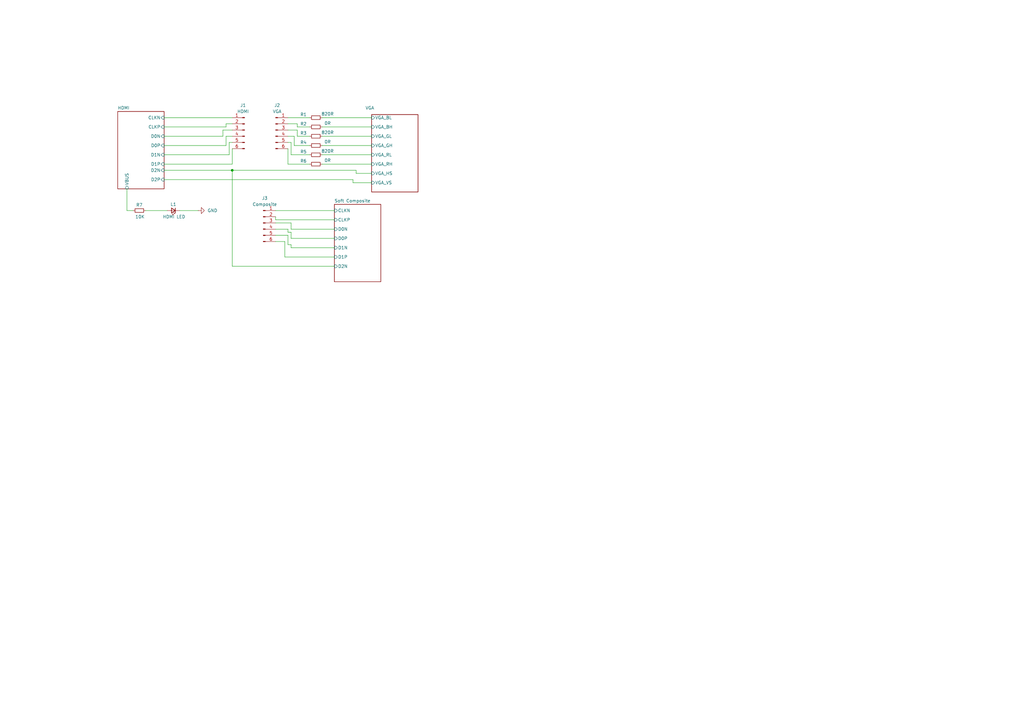
<source format=kicad_sch>
(kicad_sch (version 20231120) (generator "eeschema") (generator_version "8.0")
  (paper "A3")
  (title_block (title "HDMI to VGA Passive Adapter") (date "2024-12-01") (rev "1.0") (company "Mikhail Matveev"))
  (lib_symbols
    (symbol "Connector:Conn_01x06_Pin" (pin_names (offset 1.016) hide)
      (property "Reference" "J" (at 0 7.62 0))
      (property "Value" "Conn_01x06_Pin" (at 0 -10.16 0))
      (symbol "Conn_01x06_Pin_1_1"
        (polyline (pts (xy 1.27 -7.62) (xy 0.8636 -7.62)) (stroke (width 0.1524)))
        (polyline (pts (xy 1.27 -5.08) (xy 0.8636 -5.08)) (stroke (width 0.1524)))
        (polyline (pts (xy 1.27 -2.54) (xy 0.8636 -2.54)) (stroke (width 0.1524)))
        (polyline (pts (xy 1.27 0) (xy 0.8636 0)) (stroke (width 0.1524)))
        (polyline (pts (xy 1.27 2.54) (xy 0.8636 2.54)) (stroke (width 0.1524)))
        (polyline (pts (xy 1.27 5.08) (xy 0.8636 5.08)) (stroke (width 0.1524)))
        (rectangle (start 0.8636 -7.493) (end 0 -7.747) (stroke (width 0.1524)) (fill (type outline)))
        (rectangle (start 0.8636 -4.953) (end 0 -5.207) (stroke (width 0.1524)) (fill (type outline)))
        (rectangle (start 0.8636 -2.413) (end 0 -2.667) (stroke (width 0.1524)) (fill (type outline)))
        (rectangle (start 0.8636 0.127) (end 0 -0.127) (stroke (width 0.1524)) (fill (type outline)))
        (rectangle (start 0.8636 2.667) (end 0 2.413) (stroke (width 0.1524)) (fill (type outline)))
        (rectangle (start 0.8636 5.207) (end 0 4.953) (stroke (width 0.1524)) (fill (type outline)))
        (pin passive line (at 5.08 5.08 180) (length 3.81) (name "Pin_1") (number "1"))
        (pin passive line (at 5.08 2.54 180) (length 3.81) (name "Pin_2") (number "2"))
        (pin passive line (at 5.08 0 180) (length 3.81) (name "Pin_3") (number "3"))
        (pin passive line (at 5.08 -2.54 180) (length 3.81) (name "Pin_4") (number "4"))
        (pin passive line (at 5.08 -5.08 180) (length 3.81) (name "Pin_5") (number "5"))
        (pin passive line (at 5.08 -7.62 180) (length 3.81) (name "Pin_6") (number "6"))
      )
    )
    (symbol "Device:LED_Small" (pin_numbers hide) (pin_names (offset 0.254) hide)
      (property "Reference" "D" (at -1.27 3.175 0))
      (property "Value" "LED_Small" (at -4.445 -2.54 0))
      (symbol "LED_Small_0_1"
        (polyline (pts (xy -0.762 -1.016) (xy -0.762 1.016)) (stroke (width 0.254)))
        (polyline (pts (xy 1.016 0) (xy -0.762 0)))
        (polyline (pts (xy 0.762 -1.016) (xy -0.762 0) (xy 0.762 1.016) (xy 0.762 -1.016)) (stroke (width 0.254)))
        (polyline (pts (xy 0 0.762) (xy -0.508 1.27) (xy -0.254 1.27) (xy -0.508 1.27) (xy -0.508 1.016)))
        (polyline (pts (xy 0.508 1.27) (xy 0 1.778) (xy 0.254 1.778) (xy 0 1.778) (xy 0 1.524)))
      )
      (symbol "LED_Small_1_1"
        (pin passive line (at -2.54 0 0) (length 1.778) (name "K") (number "1"))
        (pin passive line (at 2.54 0 180) (length 1.778) (name "A") (number "2"))
      )
    )
    (symbol "Device:R_Small" (pin_numbers hide) (pin_names (offset 0.254) hide)
      (property "Reference" "R" (at 0.762 0.508 0))
      (property "Value" "R_Small" (at 0.762 -1.016 0))
      (symbol "R_Small_0_1"
        (rectangle (start -0.762 1.778) (end 0.762 -1.778) (stroke (width 0.2032)))
      )
      (symbol "R_Small_1_1"
        (pin passive line (at 0 2.54 270) (length 0.762) (name "~") (number "1"))
        (pin passive line (at 0 -2.54 90) (length 0.762) (name "~") (number "2"))
      )
    )
    (symbol "power:GND" (power) (pin_numbers hide) (pin_names (offset 0) hide)
      (property "Value" "GND" (at 0 -3.81 0))
      (symbol "GND_0_1"
        (polyline (pts (xy 0 0) (xy 0 -1.27) (xy 1.27 -1.27) (xy 0 -2.54) (xy -1.27 -1.27) (xy 0 -1.27)))
      )
      (symbol "GND_1_1"
        (pin power_in line (at 0 0 270) (length 0) (name "~") (number "1"))
      )
    )
  )
  (junction (at 95.25 69.85))
  (wire (pts (xy 121.92 53.34) (xy 121.92 55.88)))
  (wire (pts (xy 132.08 55.88) (xy 152.4 55.88)))
  (wire (pts (xy 95.25 109.22) (xy 137.16 109.22)))
  (wire (pts (xy 67.31 48.26) (xy 95.25 48.26)))
  (wire (pts (xy 118.11 55.88) (xy 120.65 55.88)))
  (wire (pts (xy 119.38 101.6) (xy 137.16 101.6)))
  (wire (pts (xy 127 63.5) (xy 119.38 63.5)))
  (wire (pts (xy 52.07 86.36) (xy 52.07 77.47)))
  (wire (pts (xy 95.25 69.85) (xy 95.25 109.22)))
  (wire (pts (xy 92.71 55.88) (xy 95.25 55.88)))
  (wire (pts (xy 118.11 96.52) (xy 118.11 100.33)))
  (wire (pts (xy 127 52.07) (xy 121.92 52.07)))
  (wire (pts (xy 127 67.31) (xy 118.11 67.31)))
  (wire (pts (xy 67.31 59.69) (xy 92.71 59.69)))
  (wire (pts (xy 132.08 67.31) (xy 152.4 67.31)))
  (wire (pts (xy 95.25 60.96) (xy 95.25 67.31)))
  (wire (pts (xy 119.38 93.98) (xy 137.16 93.98)))
  (wire (pts (xy 113.03 90.17) (xy 137.16 90.17)))
  (wire (pts (xy 67.31 52.07) (xy 92.71 52.07)))
  (wire (pts (xy 93.98 63.5) (xy 93.98 58.42)))
  (wire (pts (xy 120.65 55.88) (xy 120.65 59.69)))
  (wire (pts (xy 127 59.69) (xy 120.65 59.69)))
  (wire (pts (xy 119.38 97.79) (xy 119.38 95.25)))
  (wire (pts (xy 144.78 74.93) (xy 144.78 73.66)))
  (wire (pts (xy 93.98 58.42) (xy 95.25 58.42)))
  (wire (pts (xy 119.38 97.79) (xy 137.16 97.79)))
  (wire (pts (xy 118.11 93.98) (xy 113.03 93.98)))
  (wire (pts (xy 119.38 100.33) (xy 118.11 100.33)))
  (wire (pts (xy 119.38 101.6) (xy 119.38 100.33)))
  (wire (pts (xy 118.11 93.98) (xy 118.11 95.25)))
  (wire (pts (xy 132.08 63.5) (xy 152.4 63.5)))
  (wire (pts (xy 144.78 74.93) (xy 152.4 74.93)))
  (wire (pts (xy 116.84 99.06) (xy 113.03 99.06)))
  (wire (pts (xy 67.31 55.88) (xy 91.44 55.88)))
  (wire (pts (xy 118.11 96.52) (xy 113.03 96.52)))
  (wire (pts (xy 118.11 53.34) (xy 121.92 53.34)))
  (wire (pts (xy 68.58 86.36) (xy 59.69 86.36)))
  (wire (pts (xy 119.38 91.44) (xy 119.38 93.98)))
  (wire (pts (xy 67.31 63.5) (xy 93.98 63.5)))
  (wire (pts (xy 92.71 50.8) (xy 95.25 50.8)))
  (wire (pts (xy 119.38 58.42) (xy 119.38 63.5)))
  (wire (pts (xy 132.08 52.07) (xy 152.4 52.07)))
  (wire (pts (xy 119.38 95.25) (xy 118.11 95.25)))
  (wire (pts (xy 132.08 59.69) (xy 152.4 59.69)))
  (wire (pts (xy 116.84 105.41) (xy 137.16 105.41)))
  (wire (pts (xy 54.61 86.36) (xy 52.07 86.36)))
  (wire (pts (xy 116.84 99.06) (xy 116.84 105.41)))
  (wire (pts (xy 118.11 48.26) (xy 127 48.26)))
  (wire (pts (xy 146.05 71.12) (xy 146.05 69.85)))
  (wire (pts (xy 118.11 60.96) (xy 118.11 67.31)))
  (wire (pts (xy 132.08 48.26) (xy 152.4 48.26)))
  (wire (pts (xy 113.03 90.17) (xy 113.03 88.9)))
  (wire (pts (xy 121.92 50.8) (xy 121.92 52.07)))
  (wire (pts (xy 91.44 55.88) (xy 91.44 53.34)))
  (wire (pts (xy 146.05 71.12) (xy 152.4 71.12)))
  (wire (pts (xy 121.92 55.88) (xy 127 55.88)))
  (wire (pts (xy 119.38 91.44) (xy 113.03 91.44)))
  (wire (pts (xy 92.71 52.07) (xy 92.71 50.8)))
  (wire (pts (xy 118.11 50.8) (xy 121.92 50.8)))
  (wire (pts (xy 67.31 67.31) (xy 95.25 67.31)))
  (wire (pts (xy 81.28 86.36) (xy 73.66 86.36)))
  (wire (pts (xy 92.71 59.69) (xy 92.71 55.88)))
  (wire (pts (xy 146.05 69.85) (xy 95.25 69.85)))
  (wire (pts (xy 95.25 69.85) (xy 67.31 69.85)))
  (wire (pts (xy 91.44 53.34) (xy 95.25 53.34)))
  (wire (pts (xy 113.03 86.36) (xy 137.16 86.36)))
  (wire (pts (xy 144.78 73.66) (xy 67.31 73.66)))
  (wire (pts (xy 118.11 58.42) (xy 119.38 58.42)))
  (symbol (lib_id "Connector:Conn_01x06_Pin") (at 113.03 53.34 0) (unit 1)
    (property "Reference" "J2" (at 113.665 43.18 0))
    (property "Value" "VGA" (at 113.665 45.72 0))
    (property "Footprint" "LIBS:Medved_Pinheader_6P" (effects (hide yes)))
    (property "Description" "Generic connector, single row, 01x06, script generated" (effects (hide yes)))
  )
  (symbol (lib_id "Device:R_Small") (at 129.54 59.69 90) (unit 1)
    (property "Reference" "R4" (at 124.46 58.42 90))
    (property "Value" "0R" (at 134.366 58.166 90))
    (property "Footprint" "Resistor_SMD:R_0805_2012Metric_Pad1.20x1.40mm_HandSolder" (effects (hide yes)))
    (property "Description" "Resistor, small symbol" (effects (hide yes)))
  )
  (symbol (lib_id "Device:R_Small") (at 129.54 55.88 90) (unit 1)
    (property "Reference" "R3" (at 124.46 54.61 90))
    (property "Value" "820R" (at 134.366 54.356 90))
    (property "Footprint" "Resistor_SMD:R_0805_2012Metric_Pad1.20x1.40mm_HandSolder" (effects (hide yes)))
    (property "Description" "Resistor, small symbol" (effects (hide yes)))
  )
  (symbol (lib_id "power:GND") (at 81.28 86.36 90) (unit 1)
    (property "Reference" "#PWR01" (effects (hide yes)))
    (property "Value" "GND" (at 85.09 86.3599 90) (effects (justify right)))
    (property "Description" "Power symbol creates a global label with name \"GND\" , ground" (effects (hide yes)))
  )
  (symbol (lib_id "Connector:Conn_01x06_Pin") (at 100.33 53.34 0) (mirror y) (unit 1)
    (property "Reference" "J1" (at 99.695 43.18 0))
    (property "Value" "HDMI" (at 99.695 45.72 0))
    (property "Footprint" "LIBS:Medved_Pinheader_6P" (effects (hide yes)))
    (property "Description" "Generic connector, single row, 01x06, script generated" (effects (hide yes)))
  )
  (symbol (lib_id "Device:R_Small") (at 129.54 63.5 90) (unit 1)
    (property "Reference" "R5" (at 124.46 62.23 90))
    (property "Value" "820R" (at 134.366 61.976 90))
    (property "Footprint" "Resistor_SMD:R_0805_2012Metric_Pad1.20x1.40mm_HandSolder" (effects (hide yes)))
    (property "Description" "Resistor, small symbol" (effects (hide yes)))
  )
  (symbol (lib_id "Device:LED_Small") (at 71.12 86.36 180) (unit 1)
    (property "Reference" "L1" (at 71.12 83.82 0))
    (property "Value" "HDMI LED" (at 71.374 88.9 0))
    (property "Footprint" "LED_SMD:LED_0805_2012Metric_Pad1.15x1.40mm_HandSolder" (effects (hide yes)))
    (property "Description" "Light emitting diode, small symbol" (effects (hide yes)))
  )
  (symbol (lib_id "Device:R_Small") (at 129.54 52.07 90) (unit 1)
    (property "Reference" "R2" (at 124.46 50.8 90))
    (property "Value" "0R" (at 134.366 50.546 90))
    (property "Footprint" "Resistor_SMD:R_0805_2012Metric_Pad1.20x1.40mm_HandSolder" (effects (hide yes)))
    (property "Description" "Resistor, small symbol" (effects (hide yes)))
  )
  (symbol (lib_id "Device:R_Small") (at 129.54 48.26 90) (unit 1)
    (property "Reference" "R1" (at 124.46 46.99 90))
    (property "Value" "820R" (at 134.366 46.736 90))
    (property "Footprint" "Resistor_SMD:R_0805_2012Metric_Pad1.20x1.40mm_HandSolder" (effects (hide yes)))
    (property "Description" "Resistor, small symbol" (effects (hide yes)))
  )
  (symbol (lib_id "Device:R_Small") (at 57.15 86.36 90) (unit 1)
    (property "Reference" "R7" (at 57.15 84.074 90))
    (property "Value" "10K" (at 57.404 88.9 90))
    (property "Footprint" "Resistor_SMD:R_0805_2012Metric_Pad1.20x1.40mm_HandSolder" (effects (hide yes)))
    (property "Description" "Resistor, small symbol" (effects (hide yes)))
  )
  (symbol (lib_id "Device:R_Small") (at 129.54 67.31 90) (unit 1)
    (property "Reference" "R6" (at 124.46 66.04 90))
    (property "Value" "0R" (at 134.366 65.786 90))
    (property "Footprint" "Resistor_SMD:R_0805_2012Metric_Pad1.20x1.40mm_HandSolder" (effects (hide yes)))
    (property "Description" "Resistor, small symbol" (effects (hide yes)))
  )
  (symbol (lib_id "Connector:Conn_01x06_Pin") (at 107.95 91.44 0) (unit 1)
    (property "Reference" "J3" (at 108.585 81.28 0))
    (property "Value" "Composite" (at 108.585 83.82 0))
    (property "Footprint" "LIBS:Medved_Pinheader_6P" (effects (hide yes)))
    (property "Description" "Generic connector, single row, 01x06, script generated" (effects (hide yes)))
  )
  (sheet (at 152.4 46.99) (size 19.05 31.75) (stroke (width 0.1524))
    (property "Sheetname" "VGA" (at 149.86 45.0084 0) (effects (justify left bottom)))
    (property "Sheetfile" "vga.kicad_sch" (effects (hide yes)))
    (pin "VGA_GH" input (at 152.4 59.69 180))
    (pin "VGA_RH" input (at 152.4 67.31 180))
    (pin "VGA_BH" input (at 152.4 52.07 180))
    (pin "VGA_RL" input (at 152.4 63.5 180))
    (pin "VGA_GL" input (at 152.4 55.88 180))
    (pin "VGA_BL" input (at 152.4 48.26 180))
    (pin "VGA_HS" input (at 152.4 71.12 180))
    (pin "VGA_VS" input (at 152.4 74.93 180))
  )
  (sheet (at 137.16 83.82) (size 19.05 31.75) (stroke (width 0.1524))
    (property "Sheetname" "Soft Composite" (at 137.16 83.1084 0) (effects (justify left bottom)))
    (property "Sheetfile" "softcomp.kicad_sch" (effects (hide yes)))
    (pin "D0N" input (at 137.16 93.98 180))
    (pin "D1P" input (at 137.16 105.41 180))
    (pin "D0P" input (at 137.16 97.79 180))
    (pin "D2N" input (at 137.16 109.22 180))
    (pin "CLKN" input (at 137.16 86.36 180))
    (pin "CLKP" input (at 137.16 90.17 180))
    (pin "D1N" input (at 137.16 101.6 180))
  )
  (sheet (at 48.26 45.72) (size 19.05 31.75) (stroke (width 0.1524))
    (property "Sheetname" "HDMI" (at 48.26 45.0084 0) (effects (justify left bottom)))
    (property "Sheetfile" "hdmi.kicad_sch" (effects (hide yes)))
    (pin "D2N" input (at 67.31 69.85 0))
    (pin "D2P" input (at 67.31 73.66 0))
    (pin "D1P" input (at 67.31 67.31 0))
    (pin "D0P" input (at 67.31 59.69 0))
    (pin "D1N" input (at 67.31 63.5 0))
    (pin "CLKP" input (at 67.31 52.07 0))
    (pin "D0N" input (at 67.31 55.88 0))
    (pin "CLKN" input (at 67.31 48.26 0))
    (pin "VBUS" input (at 52.07 77.47 270))
  )
)
</source>
